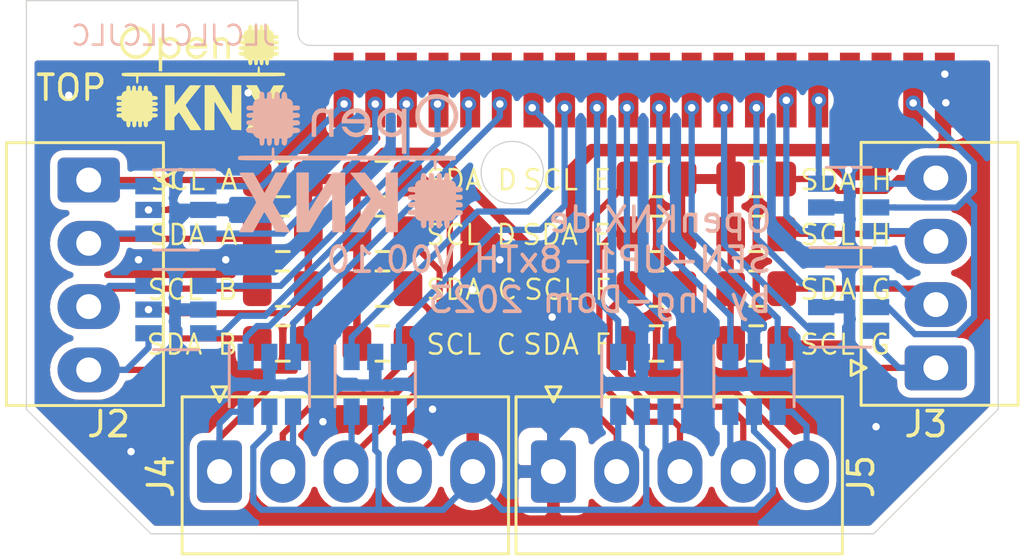
<source format=kicad_pcb>
(kicad_pcb (version 20171130) (host pcbnew "(5.1.4)-1")
  (title_block (date 2023-01-28) (rev V00.02))
  (layers (0 F.Cu signal) (31 B.Cu signal) (34 B.Paste user) (35 F.Paste user hide) (36 B.SilkS user) (37 F.SilkS user hide) (38 B.Mask user) (39 F.Mask user hide) (44 Edge.Cuts user))
  (net 0 "")
  (net 1 GND)
  (net 2 SDA1_B_P)
  (net 3 SCL1_B_P)
  (net 4 SDA0_A_P)
  (net 5 SCL0_A_P)
  (net 6 SDA1_D_P)
  (net 7 SCL1_D_P)
  (net 8 SDA0_C_P)
  (net 9 SCL0_C_P)
  (net 10 SDA1_F_P)
  (net 11 SCL1_F_P)
  (net 12 SDA0_E_P)
  (net 13 SCL0_E_P)
  (net 14 SDA1_H_P)
  (net 15 SCL1_H_P)
  (net 16 SDA0_G_P)
  (net 17 SCL0_G_P)
  (net 18 "Net-(J1-Pad4)")
  (net 19 +3V3)
  (net 20 VCC2)
  (net 21 GPIO22)
  (net 22 GPIO23)
  (net 23 GPIO24)
  (net 24 GPIO25)
  (net 25 GPIO26)
  (net 26 GPIO27)
  (net 27 GPIO28)
  (net 28 GPIO29)
  (net 29 GPIO20)
  (net 30 GPIO21)
  (net 31 GPIO18)
  (net 32 GPIO19)
  (net 33 GPIO16)
  (net 34 GPIO17)
  (net 35 GPIO14)
  (net 36 GPIO15)
  (module OpenKNX:OpenKNX_Logo_09x06 (layer B.Cu) (at 103 125.5 180)
    (fp_text reference G*** hide)
    (fp_text value LOGO hide)
  )
  (module OpenKNX:OpenKNX_Logo_07x05 (layer F.Cu) (at 97 122)
    (fp_text reference G*** hide)
    (fp_text value LOGO hide)
  )
  (module sirsydom:Cixi_Kefa_KF128-2.54-4p (layer F.Cu) (at 92.5 125.8 270)
    (fp_text reference J2 (at 9.8 -0.8 180) (layer F.SilkS))
    (fp_text value Conn_01x04)
    (pad 4 thru_hole oval (at 7.62 0 270) (size 1.8 2.5) (drill 1) (layers *.Cu *.Mask) (net 2 SDA1_B_P))
    (pad 3 thru_hole oval (at 5.08 0 270) (size 1.8 2.5) (drill 1) (layers *.Cu *.Mask) (net 3 SCL1_B_P))
    (pad 2 thru_hole oval (at 2.54 0 270) (size 1.8 2.5) (drill 1) (layers *.Cu *.Mask) (net 4 SDA0_A_P))
    (pad 1 thru_hole roundrect (at 0 0 270) (size 1.8 2.5) (drill 1) (layers *.Cu *.Mask) (roundrect_rratio 0.139) (net 5 SCL0_A_P))
  )
  (module sirsydom:Cixi_Kefa_KF128-2.54-4p (layer F.Cu) (at 126.5 133.34 90)
    (fp_text reference J3 (at -2.26 -0.4 180) (layer F.SilkS))
    (fp_text value Conn_01x04)
    (pad 4 thru_hole oval (at 7.62 0 90) (size 1.8 2.5) (drill 1) (layers *.Cu *.Mask) (net 14 SDA1_H_P))
    (pad 3 thru_hole oval (at 5.08 0 90) (size 1.8 2.5) (drill 1) (layers *.Cu *.Mask) (net 15 SCL1_H_P))
    (pad 2 thru_hole oval (at 2.54 0 90) (size 1.8 2.5) (drill 1) (layers *.Cu *.Mask) (net 16 SDA0_G_P))
    (pad 1 thru_hole roundrect (at 0 0 90) (size 1.8 2.5) (drill 1) (layers *.Cu *.Mask) (roundrect_rratio 0.139) (net 17 SCL0_G_P))
  )
  (module Package_TO_SOT_SMD:SOT-23-6 (layer B.Cu) (at 123 126.9)
    (fp_text reference U8)
    (fp_text value USBLC6-2SC6)
    (pad 5 smd rect (at 1.1 0) (size 1.06 0.65) (layers B.Cu B.Paste B.Mask) (net 19 +3V3))
    (pad 6 smd rect (at 1.1 0.95) (size 1.06 0.65) (layers B.Cu B.Paste B.Mask) (net 15 SCL1_H_P))
    (pad 4 smd rect (at 1.1 -0.95) (size 1.06 0.65) (layers B.Cu B.Paste B.Mask) (net 14 SDA1_H_P))
    (pad 3 smd rect (at -1.1 -0.95) (size 1.06 0.65) (layers B.Cu B.Paste B.Mask) (net 35 GPIO14))
    (pad 2 smd rect (at -1.1 0) (size 1.06 0.65) (layers B.Cu B.Paste B.Mask) (net 1 GND))
    (pad 1 smd rect (at -1.1 0.95) (size 1.06 0.65) (layers B.Cu B.Paste B.Mask) (net 36 GPIO15))
  )
  (module Package_TO_SOT_SMD:SOT-23-6 (layer B.Cu) (at 123 130.9)
    (fp_text reference U7)
    (fp_text value USBLC6-2SC6)
    (pad 5 smd rect (at 1.1 0) (size 1.06 0.65) (layers B.Cu B.Paste B.Mask) (net 19 +3V3))
    (pad 6 smd rect (at 1.1 0.95) (size 1.06 0.65) (layers B.Cu B.Paste B.Mask) (net 17 SCL0_G_P))
    (pad 4 smd rect (at 1.1 -0.95) (size 1.06 0.65) (layers B.Cu B.Paste B.Mask) (net 16 SDA0_G_P))
    (pad 3 smd rect (at -1.1 -0.95) (size 1.06 0.65) (layers B.Cu B.Paste B.Mask) (net 33 GPIO16))
    (pad 2 smd rect (at -1.1 0) (size 1.06 0.65) (layers B.Cu B.Paste B.Mask) (net 1 GND))
    (pad 1 smd rect (at -1.1 0.95) (size 1.06 0.65) (layers B.Cu B.Paste B.Mask) (net 34 GPIO17))
  )
  (module Package_TO_SOT_SMD:SOT-23-6 (layer B.Cu) (at 119.2 134 270)
    (fp_text reference U6)
    (fp_text value USBLC6-2SC6)
    (pad 5 smd rect (at 1.1 0 270) (size 1.06 0.65) (layers B.Cu B.Paste B.Mask) (net 19 +3V3))
    (pad 6 smd rect (at 1.1 0.95 270) (size 1.06 0.65) (layers B.Cu B.Paste B.Mask) (net 11 SCL1_F_P))
    (pad 4 smd rect (at 1.1 -0.95 270) (size 1.06 0.65) (layers B.Cu B.Paste B.Mask) (net 10 SDA1_F_P))
    (pad 3 smd rect (at -1.1 -0.95 270) (size 1.06 0.65) (layers B.Cu B.Paste B.Mask) (net 31 GPIO18))
    (pad 2 smd rect (at -1.1 0 270) (size 1.06 0.65) (layers B.Cu B.Paste B.Mask) (net 1 GND))
    (pad 1 smd rect (at -1.1 0.95 270) (size 1.06 0.65) (layers B.Cu B.Paste B.Mask) (net 32 GPIO19))
  )
  (module Package_TO_SOT_SMD:SOT-23-6 (layer B.Cu) (at 114.7 134 270)
    (fp_text reference U5)
    (fp_text value USBLC6-2SC6)
    (pad 5 smd rect (at 1.1 0 270) (size 1.06 0.65) (layers B.Cu B.Paste B.Mask) (net 19 +3V3))
    (pad 6 smd rect (at 1.1 0.95 270) (size 1.06 0.65) (layers B.Cu B.Paste B.Mask) (net 13 SCL0_E_P))
    (pad 4 smd rect (at 1.1 -0.95 270) (size 1.06 0.65) (layers B.Cu B.Paste B.Mask) (net 12 SDA0_E_P))
    (pad 3 smd rect (at -1.1 -0.95 270) (size 1.06 0.65) (layers B.Cu B.Paste B.Mask) (net 29 GPIO20))
    (pad 2 smd rect (at -1.1 0 270) (size 1.06 0.65) (layers B.Cu B.Paste B.Mask) (net 1 GND))
    (pad 1 smd rect (at -1.1 0.95 270) (size 1.06 0.65) (layers B.Cu B.Paste B.Mask) (net 30 GPIO21))
  )
  (module Package_TO_SOT_SMD:SOT-23-6 (layer B.Cu) (at 104 134 270)
    (fp_text reference U4)
    (fp_text value USBLC6-2SC6)
    (pad 5 smd rect (at 1.1 0 270) (size 1.06 0.65) (layers B.Cu B.Paste B.Mask) (net 19 +3V3))
    (pad 6 smd rect (at 1.1 0.95 270) (size 1.06 0.65) (layers B.Cu B.Paste B.Mask) (net 7 SCL1_D_P))
    (pad 4 smd rect (at 1.1 -0.95 270) (size 1.06 0.65) (layers B.Cu B.Paste B.Mask) (net 6 SDA1_D_P))
    (pad 3 smd rect (at -1.1 -0.95 270) (size 1.06 0.65) (layers B.Cu B.Paste B.Mask) (net 21 GPIO22))
    (pad 2 smd rect (at -1.1 0 270) (size 1.06 0.65) (layers B.Cu B.Paste B.Mask) (net 1 GND))
    (pad 1 smd rect (at -1.1 0.95 270) (size 1.06 0.65) (layers B.Cu B.Paste B.Mask) (net 22 GPIO23))
  )
  (module Package_TO_SOT_SMD:SOT-23-6 (layer B.Cu) (at 99.75 134 270)
    (fp_text reference U3)
    (fp_text value USBLC6-2SC6)
    (pad 5 smd rect (at 1.1 0 270) (size 1.06 0.65) (layers B.Cu B.Paste B.Mask) (net 19 +3V3))
    (pad 6 smd rect (at 1.1 0.95 270) (size 1.06 0.65) (layers B.Cu B.Paste B.Mask) (net 9 SCL0_C_P))
    (pad 4 smd rect (at 1.1 -0.95 270) (size 1.06 0.65) (layers B.Cu B.Paste B.Mask) (net 8 SDA0_C_P))
    (pad 3 smd rect (at -1.1 -0.95 270) (size 1.06 0.65) (layers B.Cu B.Paste B.Mask) (net 23 GPIO24))
    (pad 2 smd rect (at -1.1 0 270) (size 1.06 0.65) (layers B.Cu B.Paste B.Mask) (net 1 GND))
    (pad 1 smd rect (at -1.1 0.95 270) (size 1.06 0.65) (layers B.Cu B.Paste B.Mask) (net 24 GPIO25))
  )
  (module Package_TO_SOT_SMD:SOT-23-6 (layer B.Cu) (at 96 131 180)
    (fp_text reference U2)
    (fp_text value USBLC6-2SC6)
    (pad 5 smd rect (at 1.1 0 180) (size 1.06 0.65) (layers B.Cu B.Paste B.Mask) (net 19 +3V3))
    (pad 6 smd rect (at 1.1 0.95 180) (size 1.06 0.65) (layers B.Cu B.Paste B.Mask) (net 3 SCL1_B_P))
    (pad 4 smd rect (at 1.1 -0.95 180) (size 1.06 0.65) (layers B.Cu B.Paste B.Mask) (net 2 SDA1_B_P))
    (pad 3 smd rect (at -1.1 -0.95 180) (size 1.06 0.65) (layers B.Cu B.Paste B.Mask) (net 25 GPIO26))
    (pad 2 smd rect (at -1.1 0 180) (size 1.06 0.65) (layers B.Cu B.Paste B.Mask) (net 1 GND))
    (pad 1 smd rect (at -1.1 0.95 180) (size 1.06 0.65) (layers B.Cu B.Paste B.Mask) (net 26 GPIO27))
  )
  (module Package_TO_SOT_SMD:SOT-23-6 (layer B.Cu) (at 96 127 180)
    (fp_text reference U1)
    (fp_text value USBLC6-2SC6)
    (pad 5 smd rect (at 1.1 0 180) (size 1.06 0.65) (layers B.Cu B.Paste B.Mask) (net 19 +3V3))
    (pad 6 smd rect (at 1.1 0.95 180) (size 1.06 0.65) (layers B.Cu B.Paste B.Mask) (net 5 SCL0_A_P))
    (pad 4 smd rect (at 1.1 -0.95 180) (size 1.06 0.65) (layers B.Cu B.Paste B.Mask) (net 4 SDA0_A_P))
    (pad 3 smd rect (at -1.1 -0.95 180) (size 1.06 0.65) (layers B.Cu B.Paste B.Mask) (net 27 GPIO28))
    (pad 2 smd rect (at -1.1 0 180) (size 1.06 0.65) (layers B.Cu B.Paste B.Mask) (net 1 GND))
    (pad 1 smd rect (at -1.1 0.95 180) (size 1.06 0.65) (layers B.Cu B.Paste B.Mask) (net 28 GPIO29))
  )
  (module Resistor_SMD:R_0805_2012Metric_Pad1.15x1.40mm_HandSolder (layer F.Cu) (at 100.29 125.76 180)
    (fp_text reference R16)
    (fp_text value R)
    (pad 2 smd roundrect (at 1.025 0 180) (size 1.15 1.4) (layers F.Cu F.Paste F.Mask) (roundrect_rratio 0.217391) (net 5 SCL0_A_P))
    (pad 1 smd roundrect (at -1.025 0 180) (size 1.15 1.4) (layers F.Cu F.Paste F.Mask) (roundrect_rratio 0.217391) (net 19 +3V3))
  )
  (module Resistor_SMD:R_0805_2012Metric_Pad1.15x1.40mm_HandSolder (layer F.Cu) (at 100.29 127.96 180)
    (fp_text reference R15)
    (fp_text value R)
    (pad 2 smd roundrect (at 1.025 0 180) (size 1.15 1.4) (layers F.Cu F.Paste F.Mask) (roundrect_rratio 0.217391) (net 4 SDA0_A_P))
    (pad 1 smd roundrect (at -1.025 0 180) (size 1.15 1.4) (layers F.Cu F.Paste F.Mask) (roundrect_rratio 0.217391) (net 19 +3V3))
  )
  (module Resistor_SMD:R_0805_2012Metric_Pad1.15x1.40mm_HandSolder (layer F.Cu) (at 100.29 130.16 180)
    (fp_text reference R14)
    (fp_text value R)
    (pad 2 smd roundrect (at 1.025 0 180) (size 1.15 1.4) (layers F.Cu F.Paste F.Mask) (roundrect_rratio 0.217391) (net 3 SCL1_B_P))
    (pad 1 smd roundrect (at -1.025 0 180) (size 1.15 1.4) (layers F.Cu F.Paste F.Mask) (roundrect_rratio 0.217391) (net 19 +3V3))
  )
  (module Resistor_SMD:R_0805_2012Metric_Pad1.15x1.40mm_HandSolder (layer F.Cu) (at 100.29 132.36 180)
    (fp_text reference R13)
    (fp_text value R)
    (pad 2 smd roundrect (at 1.025 0 180) (size 1.15 1.4) (layers F.Cu F.Paste F.Mask) (roundrect_rratio 0.217391) (net 2 SDA1_B_P))
    (pad 1 smd roundrect (at -1.025 0 180) (size 1.15 1.4) (layers F.Cu F.Paste F.Mask) (roundrect_rratio 0.217391) (net 19 +3V3))
  )
  (module Resistor_SMD:R_0805_2012Metric_Pad1.15x1.40mm_HandSolder (layer F.Cu) (at 104.29 132.36)
    (fp_text reference R12)
    (fp_text value R)
    (pad 2 smd roundrect (at 1.025 0) (size 1.15 1.4) (layers F.Cu F.Paste F.Mask) (roundrect_rratio 0.217391) (net 9 SCL0_C_P))
    (pad 1 smd roundrect (at -1.025 0) (size 1.15 1.4) (layers F.Cu F.Paste F.Mask) (roundrect_rratio 0.217391) (net 19 +3V3))
  )
  (module Resistor_SMD:R_0805_2012Metric_Pad1.15x1.40mm_HandSolder (layer F.Cu) (at 104.29 130.16)
    (fp_text reference R11)
    (fp_text value R)
    (pad 2 smd roundrect (at 1.025 0) (size 1.15 1.4) (layers F.Cu F.Paste F.Mask) (roundrect_rratio 0.217391) (net 8 SDA0_C_P))
    (pad 1 smd roundrect (at -1.025 0) (size 1.15 1.4) (layers F.Cu F.Paste F.Mask) (roundrect_rratio 0.217391) (net 19 +3V3))
  )
  (module Resistor_SMD:R_0805_2012Metric_Pad1.15x1.40mm_HandSolder (layer F.Cu) (at 104.29 127.96)
    (fp_text reference R10)
    (fp_text value R)
    (pad 2 smd roundrect (at 1.025 0) (size 1.15 1.4) (layers F.Cu F.Paste F.Mask) (roundrect_rratio 0.217391) (net 7 SCL1_D_P))
    (pad 1 smd roundrect (at -1.025 0) (size 1.15 1.4) (layers F.Cu F.Paste F.Mask) (roundrect_rratio 0.217391) (net 19 +3V3))
  )
  (module Resistor_SMD:R_0805_2012Metric_Pad1.15x1.40mm_HandSolder (layer F.Cu) (at 104.29 125.76)
    (fp_text reference R9)
    (fp_text value R)
    (pad 2 smd roundrect (at 1.025 0) (size 1.15 1.4) (layers F.Cu F.Paste F.Mask) (roundrect_rratio 0.217391) (net 6 SDA1_D_P))
    (pad 1 smd roundrect (at -1.025 0) (size 1.15 1.4) (layers F.Cu F.Paste F.Mask) (roundrect_rratio 0.217391) (net 19 +3V3))
  )
  (module Resistor_SMD:R_0805_2012Metric_Pad1.15x1.40mm_HandSolder (layer F.Cu) (at 115.29 125.76 180)
    (fp_text reference R8)
    (fp_text value R)
    (pad 2 smd roundrect (at 1.025 0 180) (size 1.15 1.4) (layers F.Cu F.Paste F.Mask) (roundrect_rratio 0.217391) (net 13 SCL0_E_P))
    (pad 1 smd roundrect (at -1.025 0 180) (size 1.15 1.4) (layers F.Cu F.Paste F.Mask) (roundrect_rratio 0.217391) (net 19 +3V3))
  )
  (module Resistor_SMD:R_0805_2012Metric_Pad1.15x1.40mm_HandSolder (layer F.Cu) (at 115.29 127.96 180)
    (fp_text reference R7)
    (fp_text value R)
    (pad 2 smd roundrect (at 1.025 0 180) (size 1.15 1.4) (layers F.Cu F.Paste F.Mask) (roundrect_rratio 0.217391) (net 12 SDA0_E_P))
    (pad 1 smd roundrect (at -1.025 0 180) (size 1.15 1.4) (layers F.Cu F.Paste F.Mask) (roundrect_rratio 0.217391) (net 19 +3V3))
  )
  (module Resistor_SMD:R_0805_2012Metric_Pad1.15x1.40mm_HandSolder (layer F.Cu) (at 115.29 130.16 180)
    (fp_text reference R6)
    (fp_text value R)
    (pad 2 smd roundrect (at 1.025 0 180) (size 1.15 1.4) (layers F.Cu F.Paste F.Mask) (roundrect_rratio 0.217391) (net 11 SCL1_F_P))
    (pad 1 smd roundrect (at -1.025 0 180) (size 1.15 1.4) (layers F.Cu F.Paste F.Mask) (roundrect_rratio 0.217391) (net 19 +3V3))
  )
  (module Resistor_SMD:R_0805_2012Metric_Pad1.15x1.40mm_HandSolder (layer F.Cu) (at 115.29 132.36 180)
    (fp_text reference R5)
    (fp_text value R)
    (pad 2 smd roundrect (at 1.025 0 180) (size 1.15 1.4) (layers F.Cu F.Paste F.Mask) (roundrect_rratio 0.217391) (net 10 SDA1_F_P))
    (pad 1 smd roundrect (at -1.025 0 180) (size 1.15 1.4) (layers F.Cu F.Paste F.Mask) (roundrect_rratio 0.217391) (net 19 +3V3))
  )
  (module Resistor_SMD:R_0805_2012Metric_Pad1.15x1.40mm_HandSolder (layer F.Cu) (at 119.29 132.36)
    (fp_text reference R4)
    (fp_text value R)
    (pad 2 smd roundrect (at 1.025 0) (size 1.15 1.4) (layers F.Cu F.Paste F.Mask) (roundrect_rratio 0.217391) (net 17 SCL0_G_P))
    (pad 1 smd roundrect (at -1.025 0) (size 1.15 1.4) (layers F.Cu F.Paste F.Mask) (roundrect_rratio 0.217391) (net 19 +3V3))
  )
  (module Resistor_SMD:R_0805_2012Metric_Pad1.15x1.40mm_HandSolder (layer F.Cu) (at 119.29 130.16)
    (fp_text reference R3)
    (fp_text value R)
    (pad 2 smd roundrect (at 1.025 0) (size 1.15 1.4) (layers F.Cu F.Paste F.Mask) (roundrect_rratio 0.217391) (net 16 SDA0_G_P))
    (pad 1 smd roundrect (at -1.025 0) (size 1.15 1.4) (layers F.Cu F.Paste F.Mask) (roundrect_rratio 0.217391) (net 19 +3V3))
  )
  (module Resistor_SMD:R_0805_2012Metric_Pad1.15x1.40mm_HandSolder (layer F.Cu) (at 119.29 127.96)
    (fp_text reference R2)
    (fp_text value R)
    (pad 2 smd roundrect (at 1.025 0) (size 1.15 1.4) (layers F.Cu F.Paste F.Mask) (roundrect_rratio 0.217391) (net 15 SCL1_H_P))
    (pad 1 smd roundrect (at -1.025 0) (size 1.15 1.4) (layers F.Cu F.Paste F.Mask) (roundrect_rratio 0.217391) (net 19 +3V3))
  )
  (module Resistor_SMD:R_0805_2012Metric_Pad1.15x1.40mm_HandSolder (layer F.Cu) (at 119.29 125.76)
    (fp_text reference R1)
    (fp_text value R)
    (pad 2 smd roundrect (at 1.025 0) (size 1.15 1.4) (layers F.Cu F.Paste F.Mask) (roundrect_rratio 0.217391) (net 14 SDA1_H_P))
    (pad 1 smd roundrect (at -1.025 0) (size 1.15 1.4) (layers F.Cu F.Paste F.Mask) (roundrect_rratio 0.217391) (net 19 +3V3))
  )
  (module sirsydom:Cixi_Kefa_KF128-2.54-5p (layer F.Cu) (at 111.15 137.5)
    (fp_text reference J5 (at 12.35 0.2 90) (layer F.SilkS))
    (fp_text value Conn_01x05)
    (pad 5 thru_hole oval (at 10.16 0) (size 1.8 2.5) (drill 1) (layers *.Cu *.Mask) (net 10 SDA1_F_P))
    (pad 4 thru_hole oval (at 7.62 0) (size 1.8 2.5) (drill 1) (layers *.Cu *.Mask) (net 11 SCL1_F_P))
    (pad 3 thru_hole oval (at 5.08 0) (size 1.8 2.5) (drill 1) (layers *.Cu *.Mask) (net 12 SDA0_E_P))
    (pad 2 thru_hole oval (at 2.54 0) (size 1.8 2.5) (drill 1) (layers *.Cu *.Mask) (net 13 SCL0_E_P))
    (pad 1 thru_hole roundrect (at 0 0) (size 1.8 2.5) (drill 1) (layers *.Cu *.Mask) (roundrect_rratio 0.139) (net 1 GND))
  )
  (module sirsydom:Cixi_Kefa_KF128-2.54-5p (layer F.Cu) (at 97.75 137.5)
    (fp_text reference J4 (at -2.35 0.2 90) (layer F.SilkS))
    (fp_text value Conn_01x05)
    (pad 5 thru_hole oval (at 10.16 0) (size 1.8 2.5) (drill 1) (layers *.Cu *.Mask) (net 19 +3V3))
    (pad 4 thru_hole oval (at 7.62 0) (size 1.8 2.5) (drill 1) (layers *.Cu *.Mask) (net 6 SDA1_D_P))
    (pad 3 thru_hole oval (at 5.08 0) (size 1.8 2.5) (drill 1) (layers *.Cu *.Mask) (net 7 SCL1_D_P))
    (pad 2 thru_hole oval (at 2.54 0) (size 1.8 2.5) (drill 1) (layers *.Cu *.Mask) (net 8 SDA0_C_P))
    (pad 1 thru_hole roundrect (at 0 0) (size 1.8 2.5) (drill 1) (layers *.Cu *.Mask) (roundrect_rratio 0.139) (net 9 SCL0_C_P))
  )
  (module OpenKNX:OpenKNX_UP1-PCBConnector_1x20_App_3D (layer F.Cu) (at 126.86 122.19 180)
    (fp_text reference J1)
    (fp_text value Conn_01x20)
    (pad 1 smd rect (at 0 0 270) (size 3 0.8) (layers F.Cu F.Paste F.Mask) (net 1 GND))
    (pad 2 smd rect (at 1.27 0 270) (size 3 0.8) (layers F.Cu F.Paste F.Mask) (net 19 +3V3))
    (pad 3 smd rect (at 2.54 0 270) (size 3 0.8) (layers F.Cu F.Paste F.Mask) (net 20 VCC2))
    (pad 4 smd rect (at 3.81 0 270) (size 3 0.8) (layers F.Cu F.Paste F.Mask) (net 18 "Net-(J1-Pad4)"))
    (pad 5 smd rect (at 5.08 0 270) (size 3 0.8) (layers F.Cu F.Paste F.Mask) (net 35 GPIO14))
    (pad 6 smd rect (at 6.35 0 270) (size 3 0.8) (layers F.Cu F.Paste F.Mask) (net 36 GPIO15))
    (pad 7 smd rect (at 7.62 0 270) (size 3 0.8) (layers F.Cu F.Paste F.Mask) (net 33 GPIO16))
    (pad 8 smd rect (at 8.89 0 270) (size 3 0.8) (layers F.Cu F.Paste F.Mask) (net 34 GPIO17))
    (pad 9 smd rect (at 10.16 0 270) (size 3 0.8) (layers F.Cu F.Paste F.Mask) (net 31 GPIO18))
    (pad 10 smd rect (at 11.43 0 270) (size 3 0.8) (layers F.Cu F.Paste F.Mask) (net 32 GPIO19))
    (pad 11 smd rect (at 12.7 0 270) (size 3 0.8) (layers F.Cu F.Paste F.Mask) (net 29 GPIO20))
    (pad 12 smd rect (at 13.97 0 270) (size 3 0.8) (layers F.Cu F.Paste F.Mask) (net 30 GPIO21))
    (pad 13 smd rect (at 15.24 0 270) (size 3 0.8) (layers F.Cu F.Paste F.Mask) (net 21 GPIO22))
    (pad 14 smd rect (at 16.51 0 270) (size 3 0.8) (layers F.Cu F.Paste F.Mask) (net 22 GPIO23))
    (pad 15 smd rect (at 17.78 0 270) (size 3 0.8) (layers F.Cu F.Paste F.Mask) (net 23 GPIO24))
    (pad 16 smd rect (at 19.05 0 270) (size 3 0.8) (layers F.Cu F.Paste F.Mask) (net 24 GPIO25))
    (pad 17 smd rect (at 20.32 0 270) (size 3 0.8) (layers F.Cu F.Paste F.Mask) (net 25 GPIO26))
    (pad 18 smd rect (at 21.59 0 270) (size 3 0.8) (layers F.Cu F.Paste F.Mask) (net 26 GPIO27))
    (pad 19 smd rect (at 22.86 0 270) (size 3 0.8) (layers F.Cu F.Paste F.Mask) (net 27 GPIO28))
    (pad 20 smd rect (at 24.13 0 270) (size 3 0.8) (layers F.Cu F.Paste F.Mask) (net 28 GPIO29))
  )
  (gr_circle (center 109.5 125.5) (end 109.5 124.25) (layer Edge.Cuts) (width 0.05))
  (gr_line (start 95 140) (end 106 140) (layer Edge.Cuts) (width 0.05))
  (gr_line (start 95 140) (end 90 135) (layer Edge.Cuts) (width 0.05))
  (gr_line (start 90 118.6) (end 100.9 118.6) (layer Edge.Cuts) (width 0.05))
  (gr_line (start 106 140) (end 124 140) (layer Edge.Cuts) (width 0.05))
  (gr_line (start 129 120.4) (end 129 126) (layer Edge.Cuts) (width 0.05))
  (gr_line (start 129 126) (end 129 135) (layer Edge.Cuts) (width 0.05))
  (gr_line (start 129 120.4) (end 101.4 120.4) (layer Edge.Cuts) (width 0.05))
  (gr_line (start 90 118.6) (end 90 135) (layer Edge.Cuts) (width 0.05))
  (gr_line (start 129 135) (end 124 140) (layer Edge.Cuts) (width 0.05))
  (gr_line (start 100.9 118.6) (end 100.9 119.9) (layer Edge.Cuts) (width 0.05))
  (gr_arc (start 101.4 119.9) (end 100.9 119.9) (angle -90) (layer Edge.Cuts) (width 0.05))
  (gr_text "SDA A" (at 94.867143 128) (layer F.SilkS) (effects (font (size 0.8 0.8) (thickness 0.1)) (justify left)))
  (gr_text "SCL A" (at 94.905238 125.8) (layer F.SilkS) (effects (font (size 0.8 0.8) (thickness 0.1)) (justify left)))
  (gr_text "SDA B" (at 94.752857 132.4) (layer F.SilkS) (effects (font (size 0.8 0.8) (thickness 0.1)) (justify left)))
  (gr_text "SCL B" (at 94.790952 130.2) (layer F.SilkS) (effects (font (size 0.8 0.8) (thickness 0.1)) (justify left)))
  (gr_text "SCL C" (at 109.729048 132.4) (layer F.SilkS) (effects (font (size 0.8 0.8) (thickness 0.1)) (justify right)))
  (gr_text "SDA C" (at 109.767143 130.2) (layer F.SilkS) (effects (font (size 0.8 0.8) (thickness 0.1)) (justify right)))
  (gr_text "SDA D" (at 109.767143 125.8) (layer F.SilkS) (effects (font (size 0.8 0.8) (thickness 0.1)) (justify right)))
  (gr_text "SCL D" (at 109.729048 128) (layer F.SilkS) (effects (font (size 0.8 0.8) (thickness 0.1)) (justify right)))
  (gr_text "SDA F" (at 109.867143 132.4) (layer F.SilkS) (effects (font (size 0.8 0.8) (thickness 0.1)) (justify left)))
  (gr_text "SDA E" (at 109.829048 128) (layer F.SilkS) (effects (font (size 0.8 0.8) (thickness 0.1)) (justify left)))
  (gr_text "SCL F" (at 109.905238 130.2) (layer F.SilkS) (effects (font (size 0.8 0.8) (thickness 0.1)) (justify left)))
  (gr_text "SCL G" (at 124.729048 132.4) (layer F.SilkS) (effects (font (size 0.8 0.8) (thickness 0.1)) (justify right)))
  (gr_text "SCL H" (at 124.767143 128) (layer F.SilkS) (effects (font (size 0.8 0.8) (thickness 0.1)) (justify right)))
  (gr_text "SDA G" (at 124.767143 130.2) (layer F.SilkS) (effects (font (size 0.8 0.8) (thickness 0.1)) (justify right)))
  (gr_text "SDA H" (at 124.805238 125.8) (layer F.SilkS) (effects (font (size 0.8 0.8) (thickness 0.1)) (justify right)))
  (gr_text "SCL E" (at 109.867143 125.8) (layer F.SilkS) (effects (font (size 0.8 0.8) (thickness 0.1)) (justify left)))
  (gr_text "OpenKNX.de\nSEN-UP1-8xTH V00.10\nby Ing-Dom 2023" (at 120 129) (layer B.SilkS) (effects (font (size 1 1)) (justify left mirror)))
  (gr_text JLCJLCJLCJLC (at 95.9 120) (layer B.SilkS) (effects (font (size 0.8 0.8) (thickness 0.1)) (justify mirror)))
  (gr_text TOP (at 91.8 122.1) (layer F.SilkS) (effects (font (size 1 1))))
  (via (at 126.9 122.7) (size 0.6) (drill 0.3) (layers F.Cu B.Cu) (net 1))
  (via (at 126.86 121.55) (size 0.6) (drill 0.3) (layers F.Cu B.Cu) (net 1))
  (segment (start 122.83 126.9) (end 123 127.07) (width 0.4) (layer B.Cu) (net 1))
  (segment (start 121.9 126.9) (end 122.83 126.9) (width 0.4) (layer B.Cu) (net 1))
  (segment (start 123 132.253002) (end 121.353002 133.9) (width 0.4) (layer B.Cu) (net 1))
  (segment (start 113.4 133.9) (end 111.15 136.15) (width 0.4) (layer B.Cu) (net 1))
  (segment (start 111.15 137.5) (end 111.15 136.15) (width 0.4) (layer B.Cu) (net 1))
  (segment (start 111.15 135.95) (end 111.15 137.5) (width 0.4) (layer B.Cu) (net 1))
  (segment (start 96.546998 127) (end 96 127.546998) (width 0.4) (layer B.Cu) (net 1))
  (segment (start 97.1 127) (end 96.546998 127) (width 0.4) (layer B.Cu) (net 1))
  (segment (start 96 132.353002) (end 97.646998 134) (width 0.4) (layer B.Cu) (net 1))
  (segment (start 109.2 134) (end 111.15 135.95) (width 0.4) (layer B.Cu) (net 1))
  (segment (start 99.9 133.98) (end 99.9 134) (width 0.4) (layer B.Cu) (net 1))
  (segment (start 99.75 133.83) (end 99.9 133.98) (width 0.4) (layer B.Cu) (net 1))
  (segment (start 99.75 132.9) (end 99.75 133.83) (width 0.4) (layer B.Cu) (net 1))
  (segment (start 97.646998 134) (end 99.9 134) (width 0.4) (layer B.Cu) (net 1))
  (segment (start 104.1 133.93) (end 104.1 134) (width 0.4) (layer B.Cu) (net 1))
  (segment (start 104 133.83) (end 104.1 133.93) (width 0.4) (layer B.Cu) (net 1))
  (segment (start 104 132.9) (end 104 133.83) (width 0.4) (layer B.Cu) (net 1))
  (segment (start 99.9 134) (end 104.1 134) (width 0.4) (layer B.Cu) (net 1))
  (segment (start 104.1 134) (end 109.2 134) (width 0.4) (layer B.Cu) (net 1))
  (segment (start 96 131.17) (end 96 131.2) (width 0.4) (layer B.Cu) (net 1))
  (segment (start 96.17 131) (end 96 131.17) (width 0.4) (layer B.Cu) (net 1))
  (segment (start 97.1 131) (end 96.17 131) (width 0.4) (layer B.Cu) (net 1))
  (segment (start 96 127.546998) (end 96 131.2) (width 0.4) (layer B.Cu) (net 1))
  (segment (start 96 131.2) (end 96 132.353002) (width 0.4) (layer B.Cu) (net 1))
  (segment (start 122.93 131) (end 123 131) (width 0.4) (layer B.Cu) (net 1))
  (segment (start 122.83 130.9) (end 122.93 131) (width 0.4) (layer B.Cu) (net 1))
  (segment (start 121.9 130.9) (end 122.83 130.9) (width 0.4) (layer B.Cu) (net 1))
  (segment (start 123 127.07) (end 123 131) (width 0.4) (layer B.Cu) (net 1))
  (segment (start 123 131) (end 123 132.253002) (width 0.4) (layer B.Cu) (net 1))
  (segment (start 119.13 133.9) (end 119.1 133.9) (width 0.4) (layer B.Cu) (net 1))
  (segment (start 119.2 133.83) (end 119.13 133.9) (width 0.4) (layer B.Cu) (net 1))
  (segment (start 119.2 132.9) (end 119.2 133.83) (width 0.4) (layer B.Cu) (net 1))
  (segment (start 121.353002 133.9) (end 119.1 133.9) (width 0.4) (layer B.Cu) (net 1))
  (segment (start 114.77 133.9) (end 114.8 133.9) (width 0.4) (layer B.Cu) (net 1))
  (segment (start 114.7 133.83) (end 114.77 133.9) (width 0.4) (layer B.Cu) (net 1))
  (segment (start 114.7 132.9) (end 114.7 133.83) (width 0.4) (layer B.Cu) (net 1))
  (segment (start 119.1 133.9) (end 114.8 133.9) (width 0.4) (layer B.Cu) (net 1))
  (segment (start 114.8 133.9) (end 113.4 133.9) (width 0.4) (layer B.Cu) (net 1))
  (segment (start 125.25 121.55) (end 126.86 121.55) (width 0.4) (layer B.Cu) (net 1))
  (segment (start 123 127.07) (end 123 125.4) (width 0.4) (layer B.Cu) (net 1))
  (segment (start 123 123.8) (end 125.25 121.55) (width 0.4) (layer B.Cu) (net 1))
  (via (at 109 129) (size 0.6) (drill 0.3) (layers F.Cu B.Cu) (net 1))
  (via (at 107.9 130.2) (size 0.6) (drill 0.3) (layers F.Cu B.Cu) (net 1))
  (via (at 111.1 131.3) (size 0.6) (drill 0.3) (layers F.Cu B.Cu) (net 1))
  (via (at 124.1 135.7) (size 0.6) (drill 0.3) (layers F.Cu B.Cu) (net 1))
  (via (at 91.7 122.4) (size 0.6) (drill 0.3) (layers F.Cu B.Cu) (net 1))
  (via (at 98.9 122.3) (size 0.6) (drill 0.3) (layers F.Cu B.Cu) (net 1))
  (via (at 94.2 136.7) (size 0.6) (drill 0.3) (layers F.Cu B.Cu) (net 1))
  (via (at 101.9 135.5) (size 0.6) (drill 0.3) (layers F.Cu B.Cu) (net 1))
  (via (at 106.3 135) (size 0.6) (drill 0.3) (layers F.Cu B.Cu) (net 1))
  (via (at 94.5 129) (size 0.6) (drill 0.3) (layers F.Cu B.Cu) (net 1))
  (via (at 98 129) (size 0.6) (drill 0.3) (layers F.Cu B.Cu) (net 1))
  (segment (start 123 125.4) (end 123 123.8) (width 0.4) (layer B.Cu) (net 1))
  (via (at 123 125.4) (size 0.6) (drill 0.3) (layers F.Cu B.Cu) (net 1))
  (segment (start 99.265 132.16) (end 96.24 132.16) (width 0.25) (layer F.Cu) (net 2))
  (segment (start 94.98 133.42) (end 92.5 133.42) (width 0.25) (layer F.Cu) (net 2))
  (segment (start 96.24 132.16) (end 94.98 133.42) (width 0.25) (layer F.Cu) (net 2))
  (segment (start 94 133.42) (end 92.5 133.42) (width 0.25) (layer B.Cu) (net 2))
  (segment (start 94.005 133.42) (end 94 133.42) (width 0.25) (layer B.Cu) (net 2))
  (segment (start 94.9 132.525) (end 94.005 133.42) (width 0.25) (layer B.Cu) (net 2))
  (segment (start 94.9 131.95) (end 94.9 132.525) (width 0.25) (layer B.Cu) (net 2))
  (segment (start 93.22 130.16) (end 92.5 130.88) (width 0.25) (layer F.Cu) (net 3))
  (segment (start 99.265 130.16) (end 93.22 130.16) (width 0.25) (layer F.Cu) (net 3))
  (segment (start 93.33 130.05) (end 92.5 130.88) (width 0.25) (layer B.Cu) (net 3))
  (segment (start 94.9 130.05) (end 93.33 130.05) (width 0.25) (layer B.Cu) (net 3))
  (segment (start 94.9 127.95) (end 92.89 127.95) (width 0.25) (layer B.Cu) (net 4))
  (segment (start 92.89 127.95) (end 92.5 128.34) (width 0.25) (layer B.Cu) (net 4))
  (segment (start 92.68 128.16) (end 92.5 128.34) (width 0.25) (layer F.Cu) (net 4))
  (segment (start 99.265 128.16) (end 92.68 128.16) (width 0.25) (layer F.Cu) (net 4))
  (segment (start 92.86 126.16) (end 92.5 125.8) (width 0.25) (layer F.Cu) (net 5))
  (segment (start 99.225 125.8) (end 99.265 125.76) (width 0.25) (layer F.Cu) (net 5))
  (segment (start 92.5 125.8) (end 99.225 125.8) (width 0.25) (layer F.Cu) (net 5))
  (segment (start 94.9 126.05) (end 92.75 126.05) (width 0.25) (layer B.Cu) (net 5))
  (segment (start 92.75 126.05) (end 92.5 125.8) (width 0.25) (layer B.Cu) (net 5))
  (segment (start 105.37 137.15) (end 105.37 137.5) (width 0.25) (layer F.Cu) (net 6))
  (segment (start 106.99503 135.52497) (end 105.37 137.15) (width 0.25) (layer F.Cu) (net 6))
  (segment (start 106.99503 126.76503) (end 106.99503 135.52497) (width 0.25) (layer F.Cu) (net 6))
  (segment (start 105.99 125.76) (end 106.99503 126.76503) (width 0.25) (layer F.Cu) (net 6))
  (segment (start 105.315 125.76) (end 105.99 125.76) (width 0.25) (layer F.Cu) (net 6))
  (segment (start 104.95 137.08) (end 105.37 137.5) (width 0.25) (layer B.Cu) (net 6))
  (segment (start 104.95 135.1) (end 104.95 137.08) (width 0.25) (layer B.Cu) (net 6))
  (segment (start 105.938372 128.783372) (end 105.315 128.16) (width 0.25) (layer F.Cu) (net 7))
  (segment (start 106.58502 129.43002) (end 105.938372 128.783372) (width 0.25) (layer F.Cu) (net 7))
  (segment (start 106.58502 133.39498) (end 106.58502 129.43002) (width 0.25) (layer F.Cu) (net 7))
  (segment (start 102.83 137.15) (end 106.58502 133.39498) (width 0.25) (layer F.Cu) (net 7))
  (segment (start 102.83 137.5) (end 102.83 137.15) (width 0.25) (layer F.Cu) (net 7))
  (segment (start 103.05 137.28) (end 102.83 137.5) (width 0.25) (layer B.Cu) (net 7))
  (segment (start 103.05 135.1) (end 103.05 137.28) (width 0.25) (layer B.Cu) (net 7))
  (segment (start 100.29 136) (end 100.29 137.5) (width 0.25) (layer F.Cu) (net 8))
  (segment (start 101.87999 134.41001) (end 100.29 136) (width 0.25) (layer F.Cu) (net 8))
  (segment (start 104.796612 134.41001) (end 101.87999 134.41001) (width 0.25) (layer F.Cu) (net 8))
  (segment (start 106.17501 133.031612) (end 104.796612 134.41001) (width 0.25) (layer F.Cu) (net 8))
  (segment (start 106.17501 131.02001) (end 106.17501 133.031612) (width 0.25) (layer F.Cu) (net 8))
  (segment (start 105.315 130.16) (end 106.17501 131.02001) (width 0.25) (layer F.Cu) (net 8))
  (segment (start 100.7 137.09) (end 100.29 137.5) (width 0.25) (layer B.Cu) (net 8))
  (segment (start 100.7 135.1) (end 100.7 137.09) (width 0.25) (layer B.Cu) (net 8))
  (segment (start 105.315 132.96) (end 104.275 134) (width 0.25) (layer F.Cu) (net 9))
  (segment (start 105.315 132.16) (end 105.315 132.96) (width 0.25) (layer F.Cu) (net 9))
  (segment (start 99.9 134) (end 104.275 134) (width 0.25) (layer F.Cu) (net 9))
  (segment (start 97.75 136.15) (end 99.9 134) (width 0.25) (layer F.Cu) (net 9))
  (segment (start 97.75 137.5) (end 97.75 136.15) (width 0.25) (layer F.Cu) (net 9))
  (segment (start 97.75 135.575) (end 97.75 137.5) (width 0.25) (layer B.Cu) (net 9))
  (segment (start 98.8 135.1) (end 98.225 135.1) (width 0.25) (layer B.Cu) (net 9))
  (segment (start 98.225 135.1) (end 97.75 135.575) (width 0.25) (layer B.Cu) (net 9))
  (segment (start 114.265 132.36) (end 114.265 133.565) (width 0.25) (layer F.Cu) (net 10))
  (segment (start 114.265 133.565) (end 115 134.3) (width 0.25) (layer F.Cu) (net 10))
  (segment (start 121.31 137.15) (end 121.31 137.5) (width 0.25) (layer F.Cu) (net 10))
  (segment (start 118.46 134.3) (end 121.31 137.15) (width 0.25) (layer F.Cu) (net 10))
  (segment (start 115 134.3) (end 118.46 134.3) (width 0.25) (layer F.Cu) (net 10))
  (segment (start 121.31 136) (end 121.31 137.5) (width 0.25) (layer B.Cu) (net 10))
  (segment (start 121.31 135.685) (end 121.31 136) (width 0.25) (layer B.Cu) (net 10))
  (segment (start 120.725 135.1) (end 121.31 135.685) (width 0.25) (layer B.Cu) (net 10))
  (segment (start 120.15 135.1) (end 120.725 135.1) (width 0.25) (layer B.Cu) (net 10))
  (segment (start 113.40499 133.28483) (end 115.02016 134.9) (width 0.25) (layer F.Cu) (net 11))
  (segment (start 114.265 130.16) (end 113.40499 131.02001) (width 0.25) (layer F.Cu) (net 11))
  (segment (start 113.40499 131.02001) (end 113.40499 133.28483) (width 0.25) (layer F.Cu) (net 11))
  (segment (start 115.02016 134.9) (end 118.2 134.9) (width 0.25) (layer F.Cu) (net 11))
  (segment (start 118.77 135.47) (end 118.77 137.5) (width 0.25) (layer F.Cu) (net 11))
  (segment (start 118.2 134.9) (end 118.77 135.47) (width 0.25) (layer F.Cu) (net 11))
  (segment (start 118.25 136.98) (end 118.77 137.5) (width 0.25) (layer B.Cu) (net 11))
  (segment (start 118.25 135.1) (end 118.25 136.98) (width 0.25) (layer B.Cu) (net 11))
  (segment (start 112.99498 133.91498) (end 114.58 135.5) (width 0.25) (layer F.Cu) (net 12))
  (segment (start 112.99498 128.55502) (end 112.99498 133.91498) (width 0.25) (layer F.Cu) (net 12))
  (segment (start 114.265 127.96) (end 113.59 127.96) (width 0.25) (layer F.Cu) (net 12))
  (segment (start 113.59 127.96) (end 112.99498 128.55502) (width 0.25) (layer F.Cu) (net 12))
  (segment (start 114.58 135.5) (end 116 135.5) (width 0.25) (layer F.Cu) (net 12))
  (segment (start 116.23 135.73) (end 116.23 137.5) (width 0.25) (layer F.Cu) (net 12))
  (segment (start 116 135.5) (end 116.23 135.73) (width 0.25) (layer F.Cu) (net 12))
  (segment (start 115.65 136.92) (end 116.23 137.5) (width 0.25) (layer B.Cu) (net 12))
  (segment (start 115.65 135.1) (end 115.65 136.92) (width 0.25) (layer B.Cu) (net 12))
  (segment (start 113.69 136) (end 113.69 137.5) (width 0.25) (layer F.Cu) (net 13))
  (segment (start 112.58497 134.89497) (end 113.69 136) (width 0.25) (layer F.Cu) (net 13))
  (segment (start 112.58497 127.44003) (end 112.58497 134.89497) (width 0.25) (layer F.Cu) (net 13))
  (segment (start 114.265 125.76) (end 112.58497 127.44003) (width 0.25) (layer F.Cu) (net 13))
  (segment (start 113.75 137.44) (end 113.69 137.5) (width 0.25) (layer B.Cu) (net 13))
  (segment (start 113.75 135.1) (end 113.75 137.44) (width 0.25) (layer B.Cu) (net 13))
  (segment (start 126.27 125.95) (end 126.5 125.72) (width 0.25) (layer B.Cu) (net 14))
  (segment (start 124.1 125.95) (end 126.27 125.95) (width 0.25) (layer B.Cu) (net 14))
  (segment (start 120.99 125.76) (end 120.9919 125.7581) (width 0.25) (layer F.Cu) (net 14))
  (segment (start 120.315 125.76) (end 120.99 125.76) (width 0.25) (layer F.Cu) (net 14))
  (segment (start 120.9919 125.7581) (end 122.12344 125.7581) (width 0.25) (layer F.Cu) (net 14))
  (segment (start 122.12344 125.7581) (end 122.60096 126.23562) (width 0.25) (layer F.Cu) (net 14))
  (segment (start 125 125.72) (end 126.5 125.72) (width 0.25) (layer F.Cu) (net 14))
  (segment (start 124.48438 126.23562) (end 125 125.72) (width 0.25) (layer F.Cu) (net 14))
  (segment (start 122.60096 126.23562) (end 124.48438 126.23562) (width 0.25) (layer F.Cu) (net 14))
  (segment (start 126.2 127.96) (end 126.5 128.26) (width 0.25) (layer F.Cu) (net 15))
  (segment (start 120.315 127.96) (end 126.2 127.96) (width 0.25) (layer F.Cu) (net 15))
  (segment (start 126.09 127.85) (end 126.5 128.26) (width 0.25) (layer B.Cu) (net 15))
  (segment (start 124.1 127.85) (end 126.09 127.85) (width 0.25) (layer B.Cu) (net 15))
  (segment (start 125.86 130.16) (end 126.5 130.8) (width 0.25) (layer F.Cu) (net 16))
  (segment (start 120.315 130.16) (end 125.86 130.16) (width 0.25) (layer F.Cu) (net 16))
  (segment (start 125.73 130.8) (end 126.5 130.8) (width 0.25) (layer B.Cu) (net 16))
  (segment (start 124.88 129.95) (end 125.73 130.8) (width 0.25) (layer B.Cu) (net 16))
  (segment (start 124.1 129.95) (end 124.88 129.95) (width 0.25) (layer B.Cu) (net 16))
  (segment (start 120.315 132.36) (end 123.16 132.36) (width 0.25) (layer F.Cu) (net 17))
  (segment (start 124.14 133.34) (end 126.5 133.34) (width 0.25) (layer F.Cu) (net 17))
  (segment (start 123.16 132.36) (end 124.14 133.34) (width 0.25) (layer F.Cu) (net 17))
  (segment (start 125.15 133.34) (end 126.5 133.34) (width 0.25) (layer B.Cu) (net 17))
  (segment (start 125.015 133.34) (end 125.15 133.34) (width 0.25) (layer B.Cu) (net 17))
  (segment (start 124.1 132.425) (end 125.015 133.34) (width 0.25) (layer B.Cu) (net 17))
  (segment (start 124.1 131.85) (end 124.1 132.425) (width 0.25) (layer B.Cu) (net 17))
  (via (at 94.9 131) (size 0.6) (drill 0.3) (layers F.Cu B.Cu) (net 19))
  (via (at 94.9 127) (size 0.6) (drill 0.3) (layers F.Cu B.Cu) (net 19))
  (segment (start 125.59 124.19) (end 125.18 124.6) (width 0.5) (layer F.Cu) (net 19))
  (segment (start 125.59 122.19) (end 125.59 122.71) (width 0.5) (layer F.Cu) (net 19))
  (segment (start 112.7 124.6) (end 111.9 125.4) (width 0.5) (layer F.Cu) (net 19))
  (segment (start 111.9 125.4) (end 111.9 127.6) (width 0.5) (layer F.Cu) (net 19))
  (segment (start 107.91 131.59) (end 107.91 137.5) (width 0.5) (layer F.Cu) (net 19))
  (segment (start 110.2 129.3) (end 107.91 131.59) (width 0.5) (layer F.Cu) (net 19))
  (segment (start 103.265 125.76) (end 103.265 132.36) (width 0.3) (layer F.Cu) (net 19))
  (segment (start 101.315 125.76) (end 101.315 132.36) (width 0.3) (layer F.Cu) (net 19))
  (segment (start 101.315 125.76) (end 103.265 125.76) (width 0.4) (layer F.Cu) (net 19))
  (segment (start 110.586564 128.9) (end 110.6 128.9) (width 0.4) (layer F.Cu) (net 19))
  (segment (start 106.386554 124.69999) (end 110.586564 128.9) (width 0.4) (layer F.Cu) (net 19))
  (segment (start 104.32501 124.69999) (end 106.386554 124.69999) (width 0.4) (layer F.Cu) (net 19))
  (segment (start 103.265 125.76) (end 104.32501 124.69999) (width 0.4) (layer F.Cu) (net 19))
  (segment (start 111.9 127.6) (end 110.6 128.9) (width 0.5) (layer F.Cu) (net 19))
  (segment (start 110.6 128.9) (end 110.2 129.3) (width 0.5) (layer F.Cu) (net 19))
  (segment (start 95.68 127) (end 94.9 127) (width 0.25) (layer F.Cu) (net 19))
  (segment (start 95.70501 126.97499) (end 95.68 127) (width 0.25) (layer F.Cu) (net 19))
  (segment (start 100.10001 126.97499) (end 95.70501 126.97499) (width 0.25) (layer F.Cu) (net 19))
  (segment (start 101.315 125.76) (end 100.10001 126.97499) (width 0.25) (layer F.Cu) (net 19))
  (segment (start 100.691628 130.783372) (end 101.315 130.16) (width 0.25) (layer F.Cu) (net 19))
  (segment (start 100.32999 131.14501) (end 100.691628 130.783372) (width 0.25) (layer F.Cu) (net 19))
  (segment (start 95.82501 131.14501) (end 100.32999 131.14501) (width 0.25) (layer F.Cu) (net 19))
  (segment (start 95.68 131) (end 95.82501 131.14501) (width 0.25) (layer F.Cu) (net 19))
  (segment (start 94.9 131) (end 95.68 131) (width 0.25) (layer F.Cu) (net 19))
  (segment (start 109.09501 139.03501) (end 107.91 137.85) (width 0.25) (layer B.Cu) (net 19))
  (segment (start 114.87501 138.82499) (end 114.66499 139.03501) (width 0.25) (layer B.Cu) (net 19))
  (segment (start 114.87501 136.659153) (end 114.87501 138.82499) (width 0.25) (layer B.Cu) (net 19))
  (segment (start 114.7 136.484143) (end 114.87501 136.659153) (width 0.25) (layer B.Cu) (net 19))
  (segment (start 114.7 135.1) (end 114.7 136.484143) (width 0.25) (layer B.Cu) (net 19))
  (segment (start 119.95501 138.340847) (end 119.260847 139.03501) (width 0.25) (layer B.Cu) (net 19))
  (segment (start 119.95501 136.63501) (end 119.95501 138.340847) (width 0.25) (layer B.Cu) (net 19))
  (segment (start 119.2 135.88) (end 119.95501 136.63501) (width 0.25) (layer B.Cu) (net 19))
  (segment (start 119.2 135.1) (end 119.2 135.88) (width 0.25) (layer B.Cu) (net 19))
  (segment (start 113.03501 139.03501) (end 109.09501 139.03501) (width 0.25) (layer B.Cu) (net 19))
  (segment (start 114.66499 139.03501) (end 113.03501 139.03501) (width 0.25) (layer B.Cu) (net 19))
  (segment (start 114.87501 138.84503) (end 115.06499 139.03501) (width 0.25) (layer B.Cu) (net 19))
  (segment (start 114.87501 138.82499) (end 114.87501 138.84503) (width 0.25) (layer B.Cu) (net 19))
  (segment (start 119.260847 139.03501) (end 115.06499 139.03501) (width 0.25) (layer B.Cu) (net 19))
  (segment (start 115.06499 139.03501) (end 113.03501 139.03501) (width 0.25) (layer B.Cu) (net 19))
  (segment (start 107.91 137.85) (end 107.91 137.5) (width 0.25) (layer B.Cu) (net 19))
  (segment (start 106.72499 139.03501) (end 107.91 137.85) (width 0.25) (layer B.Cu) (net 19))
  (segment (start 104.13501 136.779153) (end 104.13501 139.03501) (width 0.25) (layer B.Cu) (net 19))
  (segment (start 104 136.644143) (end 104.13501 136.779153) (width 0.25) (layer B.Cu) (net 19))
  (segment (start 104 135.1) (end 104 136.644143) (width 0.25) (layer B.Cu) (net 19))
  (segment (start 104.13501 139.03501) (end 106.72499 139.03501) (width 0.25) (layer B.Cu) (net 19))
  (segment (start 125.18 124.6) (end 118.2 124.6) (width 0.5) (layer F.Cu) (net 19))
  (segment (start 118.2 124.6) (end 112.7 124.6) (width 0.5) (layer F.Cu) (net 19))
  (segment (start 118.265 124.665) (end 118.2 124.6) (width 0.4) (layer F.Cu) (net 19))
  (segment (start 118.265 125.76) (end 118.265 124.665) (width 0.4) (layer F.Cu) (net 19))
  (segment (start 128.03501 126.210847) (end 128.03501 125.13501) (width 0.25) (layer B.Cu) (net 19))
  (segment (start 124.88501 126.90501) (end 127.340847 126.90501) (width 0.25) (layer B.Cu) (net 19))
  (segment (start 124.1 126.9) (end 124.88 126.9) (width 0.25) (layer B.Cu) (net 19))
  (segment (start 124.88 126.9) (end 124.88501 126.90501) (width 0.25) (layer B.Cu) (net 19))
  (segment (start 128.03501 125.13501) (end 125.7 122.8) (width 0.25) (layer B.Cu) (net 19))
  (segment (start 128.03501 131.290847) (end 128.03501 126.83501) (width 0.25) (layer B.Cu) (net 19))
  (segment (start 125.659153 131.98501) (end 127.340847 131.98501) (width 0.25) (layer B.Cu) (net 19))
  (segment (start 124.574143 130.9) (end 125.659153 131.98501) (width 0.25) (layer B.Cu) (net 19))
  (segment (start 128.03501 126.83501) (end 127.722929 126.522929) (width 0.25) (layer B.Cu) (net 19))
  (segment (start 124.1 130.9) (end 124.574143 130.9) (width 0.25) (layer B.Cu) (net 19))
  (segment (start 127.722929 126.522929) (end 128.03501 126.210847) (width 0.25) (layer B.Cu) (net 19))
  (segment (start 127.340847 131.98501) (end 128.03501 131.290847) (width 0.25) (layer B.Cu) (net 19))
  (segment (start 127.340847 126.90501) (end 127.722929 126.522929) (width 0.25) (layer B.Cu) (net 19))
  (segment (start 125.59 122.71) (end 125.59 124.19) (width 0.5) (layer F.Cu) (net 19))
  (via (at 125.59 122.71) (size 0.6) (drill 0.3) (layers F.Cu B.Cu) (net 19))
  (segment (start 99.10499 138.70499) (end 99.43501 139.03501) (width 0.25) (layer B.Cu) (net 19))
  (segment (start 99.10499 136.52501) (end 99.10499 138.70499) (width 0.25) (layer B.Cu) (net 19))
  (segment (start 99.43501 139.03501) (end 104.13501 139.03501) (width 0.25) (layer B.Cu) (net 19))
  (segment (start 99.75 135.88) (end 99.10499 136.52501) (width 0.25) (layer B.Cu) (net 19))
  (segment (start 99.75 135.1) (end 99.75 135.88) (width 0.25) (layer B.Cu) (net 19))
  (segment (start 116.315 125.76) (end 118.265 125.76) (width 0.4) (layer F.Cu) (net 19))
  (segment (start 118.265 125.76) (end 118.265 132.36) (width 0.25) (layer F.Cu) (net 19))
  (segment (start 116.315 125.76) (end 116.315 132.36) (width 0.25) (layer F.Cu) (net 19))
  (via (at 111.6 122.9) (size 0.6) (drill 0.3) (layers F.Cu B.Cu) (net 21))
  (segment (start 111.6 126.825) (end 110.625 127.8) (width 0.25) (layer B.Cu) (net 21))
  (segment (start 111.6 122.9) (end 111.6 126.825) (width 0.25) (layer B.Cu) (net 21))
  (segment (start 110.625 127.8) (end 108.8 127.8) (width 0.25) (layer B.Cu) (net 21))
  (segment (start 104.95 131.65) (end 104.95 132.9) (width 0.25) (layer B.Cu) (net 21))
  (segment (start 108.8 127.8) (end 104.95 131.65) (width 0.25) (layer B.Cu) (net 21))
  (via (at 110.3 122.9) (size 0.6) (drill 0.3) (layers F.Cu B.Cu) (net 22))
  (segment (start 110.599999 123.199999) (end 110.3 122.9) (width 0.25) (layer B.Cu) (net 22))
  (segment (start 111.063152 123.663152) (end 110.599999 123.199999) (width 0.25) (layer B.Cu) (net 22))
  (segment (start 111.063152 126.143909) (end 111.063152 123.663152) (width 0.25) (layer B.Cu) (net 22))
  (segment (start 110.142306 127.064755) (end 111.063152 126.143909) (width 0.25) (layer B.Cu) (net 22))
  (segment (start 108.105245 127.064755) (end 110.142306 127.064755) (width 0.25) (layer B.Cu) (net 22))
  (segment (start 103.05 132.12) (end 108.105245 127.064755) (width 0.25) (layer B.Cu) (net 22))
  (segment (start 103.05 132.9) (end 103.05 132.12) (width 0.25) (layer B.Cu) (net 22))
  (via (at 109 122.75) (size 0.6) (drill 0.3) (layers F.Cu B.Cu) (net 23))
  (segment (start 109 122.75) (end 109 123.25) (width 0.25) (layer B.Cu) (net 23))
  (segment (start 100.7 131.55) (end 100.7 132.9) (width 0.25) (layer B.Cu) (net 23))
  (segment (start 109 123.25) (end 100.7 131.55) (width 0.25) (layer B.Cu) (net 23))
  (via (at 107.75 122.75) (size 0.6) (drill 0.3) (layers F.Cu B.Cu) (net 24))
  (segment (start 107.75 123.174264) (end 107.75 122.75) (width 0.25) (layer B.Cu) (net 24))
  (segment (start 107.75 123.659681) (end 107.75 123.174264) (width 0.25) (layer B.Cu) (net 24))
  (segment (start 99.749671 131.66001) (end 107.75 123.659681) (width 0.25) (layer B.Cu) (net 24))
  (segment (start 99.25999 131.66001) (end 99.749671 131.66001) (width 0.25) (layer B.Cu) (net 24))
  (segment (start 98.8 132.12) (end 99.25999 131.66001) (width 0.25) (layer B.Cu) (net 24))
  (segment (start 98.8 132.9) (end 98.8 132.12) (width 0.25) (layer B.Cu) (net 24))
  (via (at 106.5 122.75) (size 0.6) (drill 0.3) (layers F.Cu B.Cu) (net 25))
  (segment (start 97.88 131.95) (end 98.58 131.25) (width 0.25) (layer B.Cu) (net 25))
  (segment (start 97.1 131.95) (end 97.88 131.95) (width 0.25) (layer B.Cu) (net 25))
  (segment (start 106.5 123.174264) (end 106.5 122.75) (width 0.25) (layer B.Cu) (net 25))
  (segment (start 106.5 124.32984) (end 106.5 123.174264) (width 0.25) (layer B.Cu) (net 25))
  (segment (start 99.57984 131.25) (end 106.5 124.32984) (width 0.25) (layer B.Cu) (net 25))
  (segment (start 98.58 131.25) (end 99.57984 131.25) (width 0.25) (layer B.Cu) (net 25))
  (via (at 105.25 122.75) (size 0.6) (drill 0.3) (layers F.Cu B.Cu) (net 26))
  (segment (start 105.25 122.75) (end 105.25 125) (width 0.25) (layer B.Cu) (net 26))
  (segment (start 100.2 130.05) (end 97.1 130.05) (width 0.25) (layer B.Cu) (net 26))
  (segment (start 105.25 125) (end 100.2 130.05) (width 0.25) (layer B.Cu) (net 26))
  (via (at 104 122.75) (size 0.6) (drill 0.3) (layers F.Cu B.Cu) (net 27))
  (segment (start 104 122.75) (end 104 124.25) (width 0.25) (layer B.Cu) (net 27))
  (segment (start 100.3 127.95) (end 97.1 127.95) (width 0.25) (layer B.Cu) (net 27))
  (segment (start 104 124.25) (end 100.3 127.95) (width 0.25) (layer B.Cu) (net 27))
  (via (at 102.75 122.75) (size 0.6) (drill 0.3) (layers F.Cu B.Cu) (net 28))
  (segment (start 99.45 126.05) (end 102.75 122.75) (width 0.25) (layer B.Cu) (net 28))
  (segment (start 97.1 126.05) (end 99.45 126.05) (width 0.25) (layer B.Cu) (net 28))
  (via (at 114.1 122.9) (size 0.6) (drill 0.3) (layers F.Cu B.Cu) (net 29))
  (segment (start 114.1 122.9) (end 114.1 129.9) (width 0.25) (layer B.Cu) (net 29))
  (segment (start 115.65 131.45) (end 115.65 132.9) (width 0.25) (layer B.Cu) (net 29))
  (segment (start 114.1 129.9) (end 115.65 131.45) (width 0.25) (layer B.Cu) (net 29))
  (via (at 112.9 122.9) (size 0.6) (drill 0.3) (layers F.Cu B.Cu) (net 30))
  (segment (start 112.9 122.9) (end 112.9 130.6) (width 0.25) (layer B.Cu) (net 30))
  (segment (start 113.75 131.45) (end 113.75 132.9) (width 0.25) (layer B.Cu) (net 30))
  (segment (start 112.9 130.6) (end 113.75 131.45) (width 0.25) (layer B.Cu) (net 30))
  (via (at 116.7 122.9) (size 0.6) (drill 0.3) (layers F.Cu B.Cu) (net 31))
  (segment (start 116.7 122.9) (end 116.7 127.9) (width 0.25) (layer B.Cu) (net 31))
  (segment (start 120.15 131.35) (end 120.15 132.9) (width 0.25) (layer B.Cu) (net 31))
  (segment (start 116.7 127.9) (end 120.15 131.35) (width 0.25) (layer B.Cu) (net 31))
  (via (at 115.4 122.9) (size 0.6) (drill 0.3) (layers F.Cu B.Cu) (net 32))
  (segment (start 115.4 122.9) (end 115.4 128.4) (width 0.25) (layer B.Cu) (net 32))
  (segment (start 115.4 128.4) (end 118.25 131.25) (width 0.25) (layer B.Cu) (net 32))
  (segment (start 118.25 131.25) (end 118.25 132.9) (width 0.25) (layer B.Cu) (net 32))
  (via (at 119.3 122.9) (size 0.6) (drill 0.3) (layers F.Cu B.Cu) (net 33))
  (segment (start 119.3 123.324264) (end 119.3 122.9) (width 0.25) (layer B.Cu) (net 33))
  (segment (start 119.3 128.13) (end 119.3 123.324264) (width 0.25) (layer B.Cu) (net 33))
  (segment (start 121.12 129.95) (end 119.3 128.13) (width 0.25) (layer B.Cu) (net 33))
  (segment (start 121.9 129.95) (end 121.12 129.95) (width 0.25) (layer B.Cu) (net 33))
  (via (at 118 122.9) (size 0.6) (drill 0.3) (layers F.Cu B.Cu) (net 34))
  (segment (start 121.481998 131.85) (end 121.9 131.85) (width 0.25) (layer B.Cu) (net 34))
  (segment (start 118 128.368002) (end 121.481998 131.85) (width 0.25) (layer B.Cu) (net 34))
  (segment (start 118 122.9) (end 118 128.368002) (width 0.25) (layer B.Cu) (net 34))
  (segment (start 121.8 125.85) (end 121.9 125.95) (width 0.25) (layer B.Cu) (net 35))
  (segment (start 121.8 122.6) (end 121.8 125.85) (width 0.25) (layer B.Cu) (net 35))
  (via (at 121.8 122.6) (size 0.6) (drill 0.3) (layers F.Cu B.Cu) (net 35))
  (segment (start 121.12 127.85) (end 121.9 127.85) (width 0.25) (layer B.Cu) (net 36))
  (segment (start 120.5 127.23) (end 121.12 127.85) (width 0.25) (layer B.Cu) (net 36))
  (segment (start 120.5 122.6) (end 120.5 127.23) (width 0.25) (layer B.Cu) (net 36))
  (via (at 120.5 122.6) (size 0.6) (drill 0.3) (layers F.Cu B.Cu) (net 36))
  (zone (net 1) (net_name GND) (layer F.Cu) (connect_pads (clearance 0.3)) (min_thickness 0.254) (fill yes (arc_segments 32) (thermal_gap 0.508) (thermal_bridge_width 0.508))
    (polygon (pts (xy 90 121) (xy 129 121) (xy 129 135) (xy 124 140) (xy 95 140) (xy 90 135)))
  )
  (zone (net 1) (net_name GND) (layer B.Cu) (connect_pads (clearance 0.3)) (min_thickness 0.254) (fill yes (arc_segments 32) (thermal_gap 0.508) (thermal_bridge_width 0.508))
    (polygon (pts (xy 90 121) (xy 129 121) (xy 129 135) (xy 124 140) (xy 95 140) (xy 90 135)))
  )
)
</source>
